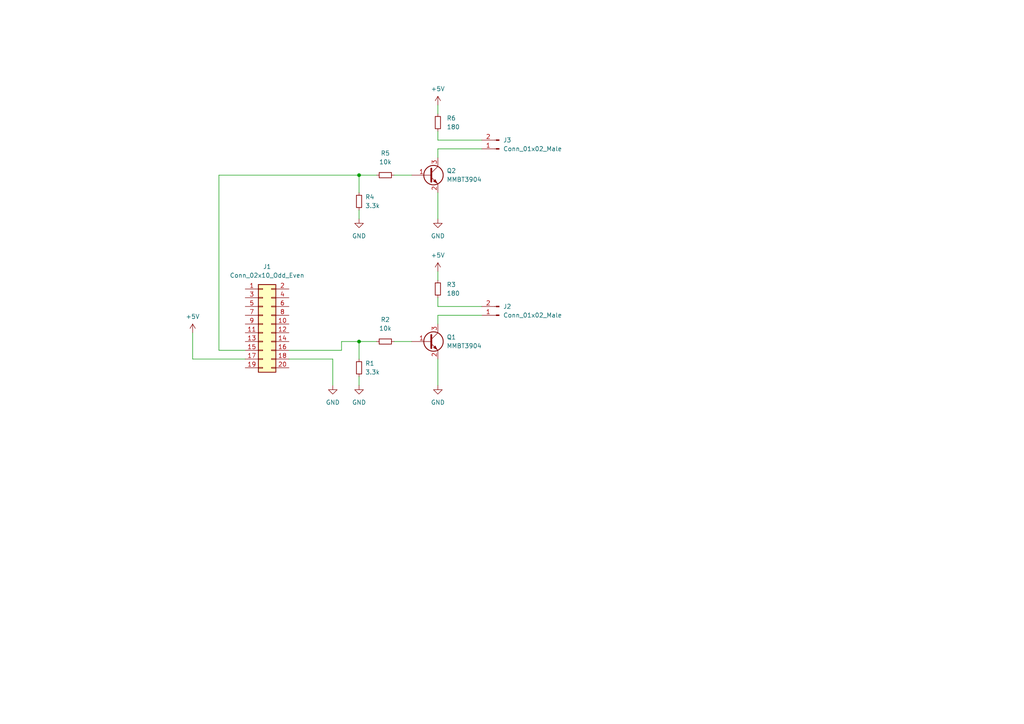
<source format=kicad_sch>
(kicad_sch (version 20211123) (generator eeschema)
  (paper "A4")
  (lib_symbols
    (symbol "Connector:Conn_01x02_Male" (pin_names (offset 1.016) hide)
      (property "Reference" "J" (at 0 2.54 0))
      (property "Value" "Conn_01x02_Male" (at 0 -5.08 0))
      (symbol "Conn_01x02_Male_1_1"
        (polyline (pts (xy 1.27 -2.54) (xy 0.8636 -2.54)) (stroke (width 0.1524)))
        (polyline (pts (xy 1.27 0) (xy 0.8636 0)) (stroke (width 0.1524)))
        (rectangle (start 0.8636 -2.413) (end 0 -2.667) (stroke (width 0.1524)) (fill (type outline)))
        (rectangle (start 0.8636 0.127) (end 0 -0.127) (stroke (width 0.1524)) (fill (type outline)))
        (pin passive line (at 5.08 0 180) (length 3.81) (name "Pin_1") (number "1"))
        (pin passive line (at 5.08 -2.54 180) (length 3.81) (name "Pin_2") (number "2"))
      )
    )
    (symbol "Connector_Generic:Conn_02x10_Odd_Even" (pin_names (offset 1.016) hide)
      (property "Reference" "J" (at 1.27 12.7 0))
      (property "Value" "Conn_02x10_Odd_Even" (at 1.27 -15.24 0))
      (symbol "Conn_02x10_Odd_Even_1_1"
        (rectangle (start -1.27 -12.573) (end 0 -12.827) (stroke (width 0.1524)))
        (rectangle (start -1.27 -10.033) (end 0 -10.287) (stroke (width 0.1524)))
        (rectangle (start -1.27 -7.493) (end 0 -7.747) (stroke (width 0.1524)))
        (rectangle (start -1.27 -4.953) (end 0 -5.207) (stroke (width 0.1524)))
        (rectangle (start -1.27 -2.413) (end 0 -2.667) (stroke (width 0.1524)))
        (rectangle (start -1.27 0.127) (end 0 -0.127) (stroke (width 0.1524)))
        (rectangle (start -1.27 2.667) (end 0 2.413) (stroke (width 0.1524)))
        (rectangle (start -1.27 5.207) (end 0 4.953) (stroke (width 0.1524)))
        (rectangle (start -1.27 7.747) (end 0 7.493) (stroke (width 0.1524)))
        (rectangle (start -1.27 10.287) (end 0 10.033) (stroke (width 0.1524)))
        (rectangle (start -1.27 11.43) (end 3.81 -13.97) (stroke (width 0.254)) (fill (type background)))
        (rectangle (start 3.81 -12.573) (end 2.54 -12.827) (stroke (width 0.1524)))
        (rectangle (start 3.81 -10.033) (end 2.54 -10.287) (stroke (width 0.1524)))
        (rectangle (start 3.81 -7.493) (end 2.54 -7.747) (stroke (width 0.1524)))
        (rectangle (start 3.81 -4.953) (end 2.54 -5.207) (stroke (width 0.1524)))
        (rectangle (start 3.81 -2.413) (end 2.54 -2.667) (stroke (width 0.1524)))
        (rectangle (start 3.81 0.127) (end 2.54 -0.127) (stroke (width 0.1524)))
        (rectangle (start 3.81 2.667) (end 2.54 2.413) (stroke (width 0.1524)))
        (rectangle (start 3.81 5.207) (end 2.54 4.953) (stroke (width 0.1524)))
        (rectangle (start 3.81 7.747) (end 2.54 7.493) (stroke (width 0.1524)))
        (rectangle (start 3.81 10.287) (end 2.54 10.033) (stroke (width 0.1524)))
        (pin passive line (at -5.08 10.16 0) (length 3.81) (name "Pin_1") (number "1"))
        (pin passive line (at 7.62 0 180) (length 3.81) (name "Pin_10") (number "10"))
        (pin passive line (at -5.08 -2.54 0) (length 3.81) (name "Pin_11") (number "11"))
        (pin passive line (at 7.62 -2.54 180) (length 3.81) (name "Pin_12") (number "12"))
        (pin passive line (at -5.08 -5.08 0) (length 3.81) (name "Pin_13") (number "13"))
        (pin passive line (at 7.62 -5.08 180) (length 3.81) (name "Pin_14") (number "14"))
        (pin passive line (at -5.08 -7.62 0) (length 3.81) (name "Pin_15") (number "15"))
        (pin passive line (at 7.62 -7.62 180) (length 3.81) (name "Pin_16") (number "16"))
        (pin passive line (at -5.08 -10.16 0) (length 3.81) (name "Pin_17") (number "17"))
        (pin passive line (at 7.62 -10.16 180) (length 3.81) (name "Pin_18") (number "18"))
        (pin passive line (at -5.08 -12.7 0) (length 3.81) (name "Pin_19") (number "19"))
        (pin passive line (at 7.62 10.16 180) (length 3.81) (name "Pin_2") (number "2"))
        (pin passive line (at 7.62 -12.7 180) (length 3.81) (name "Pin_20") (number "20"))
        (pin passive line (at -5.08 7.62 0) (length 3.81) (name "Pin_3") (number "3"))
        (pin passive line (at 7.62 7.62 180) (length 3.81) (name "Pin_4") (number "4"))
        (pin passive line (at -5.08 5.08 0) (length 3.81) (name "Pin_5") (number "5"))
        (pin passive line (at 7.62 5.08 180) (length 3.81) (name "Pin_6") (number "6"))
        (pin passive line (at -5.08 2.54 0) (length 3.81) (name "Pin_7") (number "7"))
        (pin passive line (at 7.62 2.54 180) (length 3.81) (name "Pin_8") (number "8"))
        (pin passive line (at -5.08 0 0) (length 3.81) (name "Pin_9") (number "9"))
      )
    )
    (symbol "Device:R_Small" (pin_numbers hide) (pin_names (offset 0.254) hide)
      (property "Reference" "R" (at 0.762 0.508 0))
      (property "Value" "R_Small" (at 0.762 -1.016 0))
      (symbol "R_Small_0_1"
        (rectangle (start -0.762 1.778) (end 0.762 -1.778) (stroke (width 0.2032)))
      )
      (symbol "R_Small_1_1"
        (pin passive line (at 0 2.54 270) (length 0.762) (name "~") (number "1"))
        (pin passive line (at 0 -2.54 90) (length 0.762) (name "~") (number "2"))
      )
    )
    (symbol "Transistor_BJT:MMBT3904" (pin_names (offset 0) hide)
      (property "Reference" "Q" (at 5.08 1.905 0))
      (property "Value" "MMBT3904" (at 5.08 0 0))
      (symbol "MMBT3904_0_1"
        (polyline (pts (xy 0.635 0.635) (xy 2.54 2.54)))
        (polyline (pts (xy 0.635 -0.635) (xy 2.54 -2.54) (xy 2.54 -2.54)))
        (polyline (pts (xy 0.635 1.905) (xy 0.635 -1.905) (xy 0.635 -1.905)) (stroke (width 0.508)))
        (polyline (pts (xy 1.27 -1.778) (xy 1.778 -1.27) (xy 2.286 -2.286) (xy 1.27 -1.778) (xy 1.27 -1.778)) (fill (type outline)))
        (circle (center 1.27 0) (radius 2.8194) (stroke (width 0.254)))
      )
      (symbol "MMBT3904_1_1"
        (pin input line (at -5.08 0 0) (length 5.715) (name "B") (number "1"))
        (pin passive line (at 2.54 -5.08 90) (length 2.54) (name "E") (number "2"))
        (pin passive line (at 2.54 5.08 270) (length 2.54) (name "C") (number "3"))
      )
    )
    (symbol "power:+5V" (power) (pin_names (offset 0))
      (property "Value" "+5V" (at 0 3.556 0))
      (symbol "+5V_0_1"
        (polyline (pts (xy -0.762 1.27) (xy 0 2.54)))
        (polyline (pts (xy 0 0) (xy 0 2.54)))
        (polyline (pts (xy 0 2.54) (xy 0.762 1.27)))
      )
      (symbol "+5V_1_1"
        (pin power_in line (at 0 0 90) (length 0) hide (name "+5V") (number "1"))
      )
    )
    (symbol "power:GND" (power) (pin_names (offset 0))
      (property "Value" "GND" (at 0 -3.81 0))
      (symbol "GND_0_1"
        (polyline (pts (xy 0 0) (xy 0 -1.27) (xy 1.27 -1.27) (xy 0 -2.54) (xy -1.27 -1.27) (xy 0 -1.27)))
      )
      (symbol "GND_1_1"
        (pin power_in line (at 0 0 270) (length 0) hide (name "GND") (number "1"))
      )
    )
  )
  (junction (at 104.14 50.8))
  (junction (at 104.14 99.06))
  (wire (pts (xy 63.5 50.8) (xy 104.14 50.8)))
  (wire (pts (xy 96.52 104.14) (xy 96.52 111.76)))
  (wire (pts (xy 83.82 101.6) (xy 99.06 101.6)))
  (wire (pts (xy 127 40.64) (xy 139.7 40.64)))
  (wire (pts (xy 104.14 109.22) (xy 104.14 111.76)))
  (wire (pts (xy 127 38.1) (xy 127 40.64)))
  (wire (pts (xy 99.06 101.6) (xy 99.06 99.06)))
  (wire (pts (xy 127 104.14) (xy 127 111.76)))
  (wire (pts (xy 127 55.88) (xy 127 63.5)))
  (wire (pts (xy 104.14 50.8) (xy 109.22 50.8)))
  (wire (pts (xy 127 43.18) (xy 139.7 43.18)))
  (wire (pts (xy 127 91.44) (xy 139.7 91.44)))
  (wire (pts (xy 104.14 60.96) (xy 104.14 63.5)))
  (wire (pts (xy 83.82 104.14) (xy 96.52 104.14)))
  (wire (pts (xy 127 45.72) (xy 127 43.18)))
  (wire (pts (xy 55.88 96.52) (xy 55.88 104.14)))
  (wire (pts (xy 127 88.9) (xy 139.7 88.9)))
  (wire (pts (xy 104.14 99.06) (xy 109.22 99.06)))
  (wire (pts (xy 99.06 99.06) (xy 104.14 99.06)))
  (wire (pts (xy 114.3 50.8) (xy 119.38 50.8)))
  (wire (pts (xy 104.14 50.8) (xy 104.14 55.88)))
  (wire (pts (xy 55.88 104.14) (xy 71.12 104.14)))
  (wire (pts (xy 114.3 99.06) (xy 119.38 99.06)))
  (wire (pts (xy 71.12 101.6) (xy 63.5 101.6)))
  (wire (pts (xy 63.5 101.6) (xy 63.5 50.8)))
  (wire (pts (xy 127 93.98) (xy 127 91.44)))
  (wire (pts (xy 127 30.48) (xy 127 33.02)))
  (wire (pts (xy 104.14 99.06) (xy 104.14 104.14)))
  (wire (pts (xy 127 78.74) (xy 127 81.28)))
  (wire (pts (xy 127 86.36) (xy 127 88.9)))
  (symbol (lib_id "Transistor_BJT:MMBT3904") (at 124.46 50.8 0) (unit 1)
    (property "Reference" "Q2" (at 129.54 49.5299 0) (effects (justify left)))
    (property "Value" "MMBT3904" (at 129.54 52.0699 0) (effects (justify left)))
    (property "Footprint" "Package_TO_SOT_SMD:SOT-23" (effects hide))
    (property "Datasheet" "https://www.onsemi.com/pub/Collateral/2N3903-D.PDF" (effects hide))
    (property "LCSC" "C20526" (effects hide))
  )
  (symbol (lib_id "power:+5V") (at 127 78.74 0) (unit 1)
    (property "Reference" "#PWR0105" (effects hide))
    (property "Value" "+5V" (at 127 74.041 0))
  )
  (symbol (lib_id "power:+5V") (at 55.88 96.52 0) (unit 1)
    (property "Reference" "#PWR0101" (effects hide))
    (property "Value" "+5V" (at 55.88 91.821 0))
  )
  (symbol (lib_id "Transistor_BJT:MMBT3904") (at 124.46 99.06 0) (unit 1)
    (property "Reference" "Q1" (at 129.54 97.7899 0) (effects (justify left)))
    (property "Value" "MMBT3904" (at 129.54 100.3299 0) (effects (justify left)))
    (property "Footprint" "Package_TO_SOT_SMD:SOT-23" (effects hide))
    (property "Datasheet" "https://www.onsemi.com/pub/Collateral/2N3903-D.PDF" (effects hide))
    (property "LCSC" "C20526" (effects hide))
  )
  (symbol (lib_id "Device:R_Small") (at 104.14 106.68 0) (unit 1)
    (property "Reference" "R1" (at 105.918 105.4099 0) (effects (justify left)))
    (property "Value" "3.3k" (at 105.918 107.9499 0) (effects (justify left)))
    (property "Footprint" "Resistor_SMD:R_0603_1608Metric" (effects hide))
    (property "LCSC" "C22978" (effects hide))
  )
  (symbol (lib_id "Device:R_Small") (at 111.76 50.8 90) (unit 1)
    (property "Reference" "R5" (at 111.76 44.45 90))
    (property "Value" "10k" (at 111.76 46.99 90))
    (property "Footprint" "Resistor_SMD:R_0603_1608Metric" (effects hide))
    (property "LCSC" "C25804" (effects hide))
  )
  (symbol (lib_id "power:GND") (at 96.52 111.76 0) (unit 1)
    (property "Reference" "#PWR0104" (effects hide))
    (property "Value" "GND" (at 96.52 116.713 0))
  )
  (symbol (lib_id "Device:R_Small") (at 111.76 99.06 90) (unit 1)
    (property "Reference" "R2" (at 111.76 92.71 90))
    (property "Value" "10k" (at 111.76 95.25 90))
    (property "Footprint" "Resistor_SMD:R_0603_1608Metric" (effects hide))
    (property "LCSC" "C25804" (effects hide))
  )
  (symbol (lib_id "Connector:Conn_01x02_Male") (at 144.78 43.18 180) (unit 1)
    (property "Reference" "J3" (at 145.923 40.6399 0) (effects (justify right)))
    (property "Value" "Conn_01x02_Male" (at 145.923 43.1799 0) (effects (justify right)))
    (property "Footprint" "Connector_PinHeader_2.54mm:PinHeader_1x02_P2.54mm_Horizontal" (effects hide))
  )
  (symbol (lib_id "Connector_Generic:Conn_02x10_Odd_Even") (at 76.2 93.98 0) (unit 1)
    (property "Reference" "J1" (at 77.47 77.343 0))
    (property "Value" "Conn_02x10_Odd_Even" (at 77.47 79.883 0))
    (property "Footprint" "Connector_PinSocket_2.54mm:PinSocket_2x10_P2.54mm_Vertical" (effects hide))
  )
  (symbol (lib_id "Device:R_Small") (at 127 35.56 180) (unit 1)
    (property "Reference" "R6" (at 129.54 34.2899 0) (effects (justify right)))
    (property "Value" "180" (at 129.54 36.8299 0) (effects (justify right)))
    (property "Footprint" "Resistor_SMD:R_0603_1608Metric" (effects hide))
    (property "LCSC" "C22828" (effects hide))
  )
  (symbol (lib_id "Connector:Conn_01x02_Male") (at 144.78 91.44 180) (unit 1)
    (property "Reference" "J2" (at 145.923 88.8999 0) (effects (justify right)))
    (property "Value" "Conn_01x02_Male" (at 145.923 91.4399 0) (effects (justify right)))
    (property "Footprint" "Connector_PinHeader_2.54mm:PinHeader_1x02_P2.54mm_Horizontal" (effects hide))
  )
  (symbol (lib_id "power:+5V") (at 127 30.48 0) (unit 1)
    (property "Reference" "#PWR0108" (effects hide))
    (property "Value" "+5V" (at 127 25.781 0))
  )
  (symbol (lib_id "power:GND") (at 104.14 111.76 0) (unit 1)
    (property "Reference" "#PWR0103" (effects hide))
    (property "Value" "GND" (at 104.14 116.713 0))
  )
  (symbol (lib_id "power:GND") (at 127 111.76 0) (unit 1)
    (property "Reference" "#PWR0102" (effects hide))
    (property "Value" "GND" (at 127 116.713 0))
  )
  (symbol (lib_id "power:GND") (at 127 63.5 0) (unit 1)
    (property "Reference" "#PWR0106" (effects hide))
    (property "Value" "GND" (at 127 68.453 0))
  )
  (symbol (lib_id "power:GND") (at 104.14 63.5 0) (unit 1)
    (property "Reference" "#PWR0107" (effects hide))
    (property "Value" "GND" (at 104.14 68.453 0))
  )
  (symbol (lib_id "Device:R_Small") (at 127 83.82 180) (unit 1)
    (property "Reference" "R3" (at 129.54 82.5499 0) (effects (justify right)))
    (property "Value" "180" (at 129.54 85.0899 0) (effects (justify right)))
    (property "Footprint" "Resistor_SMD:R_0603_1608Metric" (effects hide))
    (property "LCSC" "C22828" (effects hide))
  )
  (symbol (lib_id "Device:R_Small") (at 104.14 58.42 0) (unit 1)
    (property "Reference" "R4" (at 105.918 57.1499 0) (effects (justify left)))
    (property "Value" "3.3k" (at 105.918 59.6899 0) (effects (justify left)))
    (property "Footprint" "Resistor_SMD:R_0603_1608Metric" (effects hide))
    (property "LCSC" "C22978" (effects hide))
  )
)
</source>
